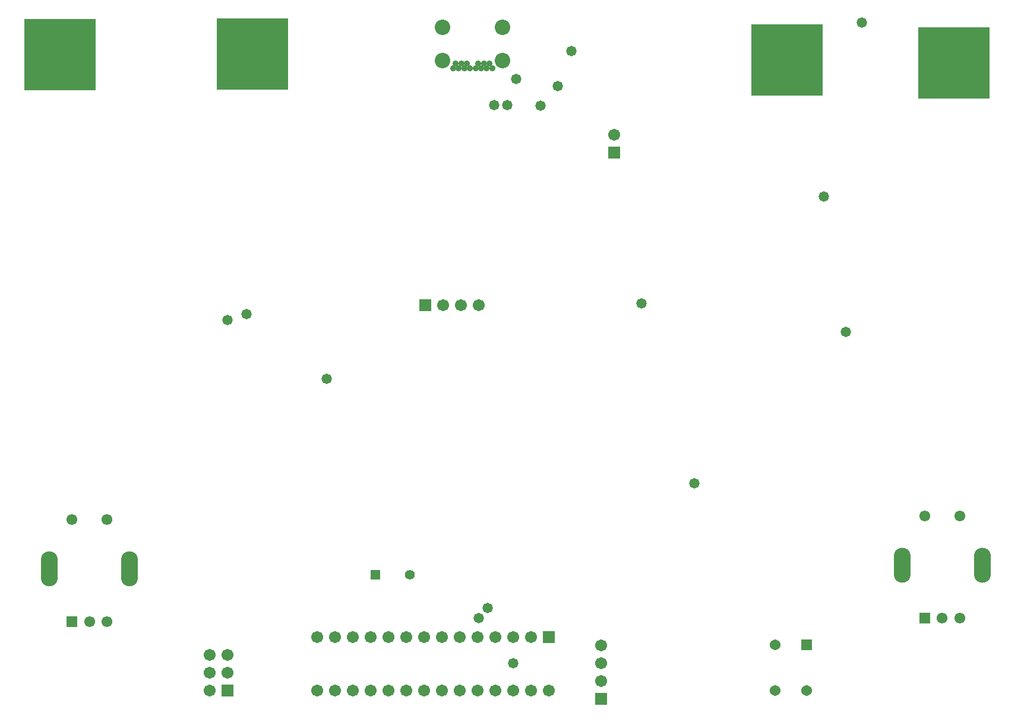
<source format=gbs>
G04*
G04 #@! TF.GenerationSoftware,Altium Limited,Altium Designer,22.11.1 (43)*
G04*
G04 Layer_Color=16711935*
%FSLAX25Y25*%
%MOIN*%
G70*
G04*
G04 #@! TF.SameCoordinates,C3DCF227-2B7A-40B4-8179-D348CCFE8E73*
G04*
G04*
G04 #@! TF.FilePolarity,Negative*
G04*
G01*
G75*
%ADD47R,0.06706X0.06706*%
%ADD51C,0.06706*%
%ADD52C,0.03556*%
%ADD53C,0.08713*%
%ADD54R,0.06706X0.06706*%
%ADD55C,0.06063*%
%ADD56R,0.06063X0.06063*%
%ADD57R,0.40170X0.40170*%
G04:AMPARAMS|DCode=58|XSize=94.49mil|YSize=196.85mil|CornerRadius=47.24mil|HoleSize=0mil|Usage=FLASHONLY|Rotation=0.000|XOffset=0mil|YOffset=0mil|HoleType=Round|Shape=RoundedRectangle|*
%AMROUNDEDRECTD58*
21,1,0.09449,0.10236,0,0,0.0*
21,1,0.00000,0.19685,0,0,0.0*
1,1,0.09449,0.00000,-0.05118*
1,1,0.09449,0.00000,-0.05118*
1,1,0.09449,0.00000,0.05118*
1,1,0.09449,0.00000,0.05118*
%
%ADD58ROUNDEDRECTD58*%
%ADD59C,0.06102*%
%ADD60R,0.06102X0.06102*%
%ADD61R,0.05524X0.05524*%
%ADD62C,0.05524*%
%ADD63C,0.05800*%
D47*
X352000Y332000D02*
D03*
D51*
X382000D02*
D03*
X372000D02*
D03*
X362000D02*
D03*
X458000Y427500D02*
D03*
X231000Y115500D02*
D03*
X241000Y125500D02*
D03*
X231000D02*
D03*
X241000Y135500D02*
D03*
X231000D02*
D03*
X291358Y115705D02*
D03*
X301358D02*
D03*
X311358D02*
D03*
X321358D02*
D03*
X331358D02*
D03*
X341358D02*
D03*
X351358D02*
D03*
X361358D02*
D03*
X371358D02*
D03*
X381358D02*
D03*
X391358D02*
D03*
X401358D02*
D03*
X411358D02*
D03*
X421358D02*
D03*
X291358Y145705D02*
D03*
X301358D02*
D03*
X311358D02*
D03*
X321358D02*
D03*
X331358D02*
D03*
X341358D02*
D03*
X351358D02*
D03*
X361358D02*
D03*
X371358D02*
D03*
X381358D02*
D03*
X391358D02*
D03*
X401358D02*
D03*
X411358D02*
D03*
X450500Y141000D02*
D03*
Y131000D02*
D03*
Y121000D02*
D03*
D52*
X367476Y464890D02*
D03*
X369051Y467646D02*
D03*
X372201D02*
D03*
X373776Y464890D02*
D03*
X375350Y467646D02*
D03*
X376925Y464890D02*
D03*
X380075D02*
D03*
X381650Y467646D02*
D03*
X383224Y464890D02*
D03*
X384799Y467646D02*
D03*
X387949D02*
D03*
X389524Y464890D02*
D03*
X386374D02*
D03*
X370626D02*
D03*
D53*
X395311Y469417D02*
D03*
X361689D02*
D03*
X395311Y488039D02*
D03*
X361689D02*
D03*
D54*
X458000Y417500D02*
D03*
X241000Y115500D02*
D03*
X421358Y145705D02*
D03*
X450500Y111000D02*
D03*
D55*
X548142Y115705D02*
D03*
Y141295D02*
D03*
X565858Y115705D02*
D03*
D56*
Y141295D02*
D03*
D57*
X648500Y468000D02*
D03*
X255000Y473000D02*
D03*
X147000Y472500D02*
D03*
X555000Y469500D02*
D03*
D58*
X185941Y184000D02*
D03*
X141059D02*
D03*
X664441Y186000D02*
D03*
X619559D02*
D03*
D59*
X163500Y154472D02*
D03*
X173342D02*
D03*
Y211559D02*
D03*
X153657D02*
D03*
X642000Y156473D02*
D03*
X651843D02*
D03*
Y213559D02*
D03*
X632158D02*
D03*
D60*
X153657Y154472D02*
D03*
X632158Y156473D02*
D03*
D61*
X323894Y180500D02*
D03*
D62*
X343106D02*
D03*
D63*
X473201Y333099D02*
D03*
X433800Y474600D02*
D03*
X402800Y458900D02*
D03*
X296400Y290700D02*
D03*
X596900Y490700D02*
D03*
X416700Y444000D02*
D03*
X390400Y444400D02*
D03*
X398000Y444200D02*
D03*
X426382Y455000D02*
D03*
X575600Y393100D02*
D03*
X588000Y317100D02*
D03*
X502882Y231982D02*
D03*
X386900Y162000D02*
D03*
X382053Y156400D02*
D03*
X251500Y327000D02*
D03*
X241000Y323800D02*
D03*
X401358Y131000D02*
D03*
M02*

</source>
